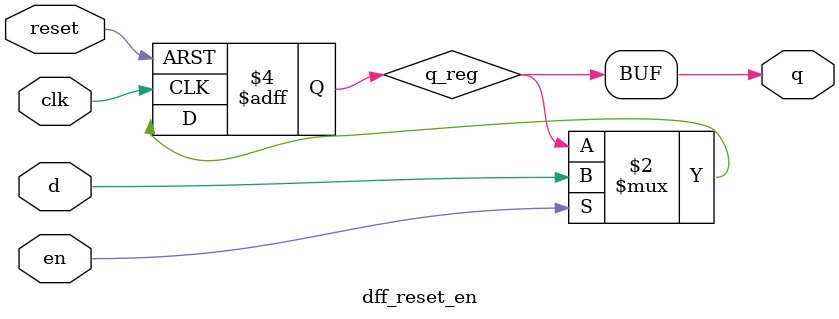
<source format=v>
module dff_reset_en (
input clk,
input en,
input reset,
input d,
output q);
reg q_reg;
always @( posedge clk , posedge reset )
    begin
        if ( reset ) 
            q_reg <=1'b0;
        else if( en )
            q_reg <= d;
    end

assign q= q_reg;
endmodule
</source>
